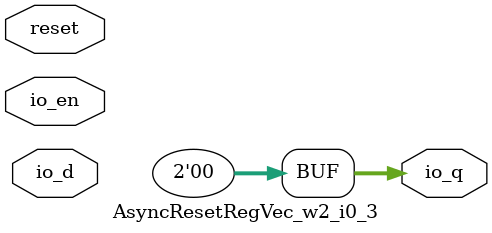
<source format=sv>
`ifndef RANDOMIZE
  `ifdef RANDOMIZE_REG_INIT
    `define RANDOMIZE
  `endif // RANDOMIZE_REG_INIT
`endif // not def RANDOMIZE
`ifndef RANDOMIZE
  `ifdef RANDOMIZE_MEM_INIT
    `define RANDOMIZE
  `endif // RANDOMIZE_MEM_INIT
`endif // not def RANDOMIZE

`ifndef RANDOM
  `define RANDOM $random
`endif // not def RANDOM

// Users can define 'PRINTF_COND' to add an extra gate to prints.
`ifndef PRINTF_COND_
  `ifdef PRINTF_COND
    `define PRINTF_COND_ (`PRINTF_COND)
  `else  // PRINTF_COND
    `define PRINTF_COND_ 1
  `endif // PRINTF_COND
`endif // not def PRINTF_COND_

// Users can define 'ASSERT_VERBOSE_COND' to add an extra gate to assert error printing.
`ifndef ASSERT_VERBOSE_COND_
  `ifdef ASSERT_VERBOSE_COND
    `define ASSERT_VERBOSE_COND_ (`ASSERT_VERBOSE_COND)
  `else  // ASSERT_VERBOSE_COND
    `define ASSERT_VERBOSE_COND_ 1
  `endif // ASSERT_VERBOSE_COND
`endif // not def ASSERT_VERBOSE_COND_

// Users can define 'STOP_COND' to add an extra gate to stop conditions.
`ifndef STOP_COND_
  `ifdef STOP_COND
    `define STOP_COND_ (`STOP_COND)
  `else  // STOP_COND
    `define STOP_COND_ 1
  `endif // STOP_COND
`endif // not def STOP_COND_

// Users can define INIT_RANDOM as general code that gets injected into the
// initializer block for modules with registers.
`ifndef INIT_RANDOM
  `define INIT_RANDOM
`endif // not def INIT_RANDOM

// If using random initialization, you can also define RANDOMIZE_DELAY to
// customize the delay used, otherwise 0.002 is used.
`ifndef RANDOMIZE_DELAY
  `define RANDOMIZE_DELAY 0.002
`endif // not def RANDOMIZE_DELAY

// Define INIT_RANDOM_PROLOG_ for use in our modules below.
`ifndef INIT_RANDOM_PROLOG_
  `ifdef RANDOMIZE
    `ifdef VERILATOR
      `define INIT_RANDOM_PROLOG_ `INIT_RANDOM
    `else  // VERILATOR
      `define INIT_RANDOM_PROLOG_ `INIT_RANDOM #`RANDOMIZE_DELAY begin end
    `endif // VERILATOR
  `else  // RANDOMIZE
    `define INIT_RANDOM_PROLOG_
  `endif // RANDOMIZE
`endif // not def INIT_RANDOM_PROLOG_

module AsyncResetRegVec_w2_i0_3(
  input        reset,
  input  [1:0] io_d,
  input        io_en,
  output [1:0] io_q
);

  assign io_q = 2'h0;	// @[AsyncResetReg.scala:63:50]
endmodule


</source>
